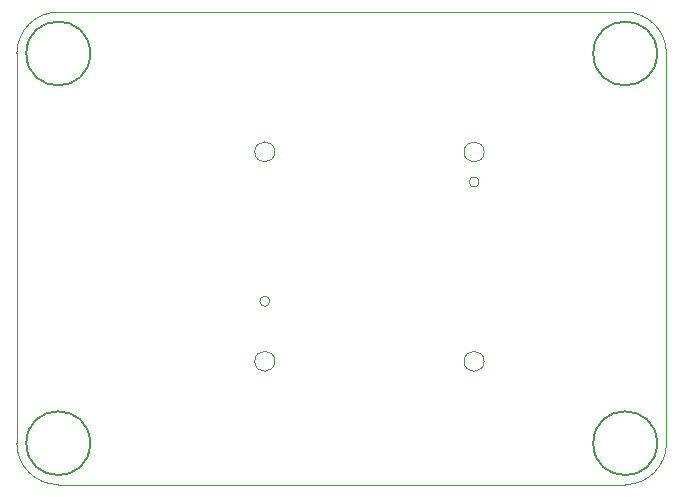
<source format=gbr>
G04 #@! TF.GenerationSoftware,KiCad,Pcbnew,9.0.1+dfsg-1*
G04 #@! TF.CreationDate,2025-07-10T12:54:24+02:00*
G04 #@! TF.ProjectId,ulx5m-gs,756c7835-6d2d-4677-932e-6b696361645f,rev?*
G04 #@! TF.SameCoordinates,Original*
G04 #@! TF.FileFunction,Other,Comment*
%FSLAX46Y46*%
G04 Gerber Fmt 4.6, Leading zero omitted, Abs format (unit mm)*
G04 Created by KiCad (PCBNEW 9.0.1+dfsg-1) date 2025-07-10 12:54:24*
%MOMM*%
%LPD*%
G01*
G04 APERTURE LIST*
%ADD10C,0.150000*%
G04 #@! TA.AperFunction,Profile*
%ADD11C,0.100000*%
G04 #@! TD*
G04 APERTURE END LIST*
D10*
X65410000Y-93980000D02*
G75*
G02*
X60010000Y-93980000I-2700000J0D01*
G01*
X60010000Y-93980000D02*
G75*
G02*
X65410000Y-93980000I2700000J0D01*
G01*
X113410000Y-60980000D02*
G75*
G02*
X108010000Y-60980000I-2700000J0D01*
G01*
X108010000Y-60980000D02*
G75*
G02*
X113410000Y-60980000I2700000J0D01*
G01*
X113410000Y-93980000D02*
G75*
G02*
X108010000Y-93980000I-2700000J0D01*
G01*
X108010000Y-93980000D02*
G75*
G02*
X113410000Y-93980000I2700000J0D01*
G01*
X65410000Y-60980000D02*
G75*
G02*
X60010000Y-60980000I-2700000J0D01*
G01*
X60010000Y-60980000D02*
G75*
G02*
X65410000Y-60980000I2700000J0D01*
G01*
D11*
X62710000Y-57480000D02*
X110710000Y-57480000D01*
X98772500Y-87042500D02*
G75*
G02*
X97072500Y-87042500I-850000J0D01*
G01*
X97072500Y-87042500D02*
G75*
G02*
X98772500Y-87042500I850000J0D01*
G01*
X62710000Y-97480000D02*
X110710000Y-97480000D01*
X114210000Y-93980000D02*
G75*
G02*
X110710000Y-97480000I-3500000J0D01*
G01*
X110710000Y-57480000D02*
G75*
G02*
X114210000Y-60980000I0J-3500000D01*
G01*
X114210000Y-93980000D02*
X114210000Y-60980000D01*
X81047500Y-69317500D02*
G75*
G02*
X79347500Y-69317500I-850000J0D01*
G01*
X79347500Y-69317500D02*
G75*
G02*
X81047500Y-69317500I850000J0D01*
G01*
X59210000Y-60980000D02*
G75*
G02*
X62710000Y-57480000I3500000J0D01*
G01*
X80622500Y-81962500D02*
G75*
G02*
X79772500Y-81962500I-425000J0D01*
G01*
X79772500Y-81962500D02*
G75*
G02*
X80622500Y-81962500I425000J0D01*
G01*
X98347500Y-71857500D02*
G75*
G02*
X97497500Y-71857500I-425000J0D01*
G01*
X97497500Y-71857500D02*
G75*
G02*
X98347500Y-71857500I425000J0D01*
G01*
X62710000Y-97480000D02*
G75*
G02*
X59210000Y-93980000I0J3500000D01*
G01*
X81047500Y-87042500D02*
G75*
G02*
X79347500Y-87042500I-850000J0D01*
G01*
X79347500Y-87042500D02*
G75*
G02*
X81047500Y-87042500I850000J0D01*
G01*
X98772500Y-69317500D02*
G75*
G02*
X97072500Y-69317500I-850000J0D01*
G01*
X97072500Y-69317500D02*
G75*
G02*
X98772500Y-69317500I850000J0D01*
G01*
X59210000Y-60980000D02*
X59210000Y-93980000D01*
M02*

</source>
